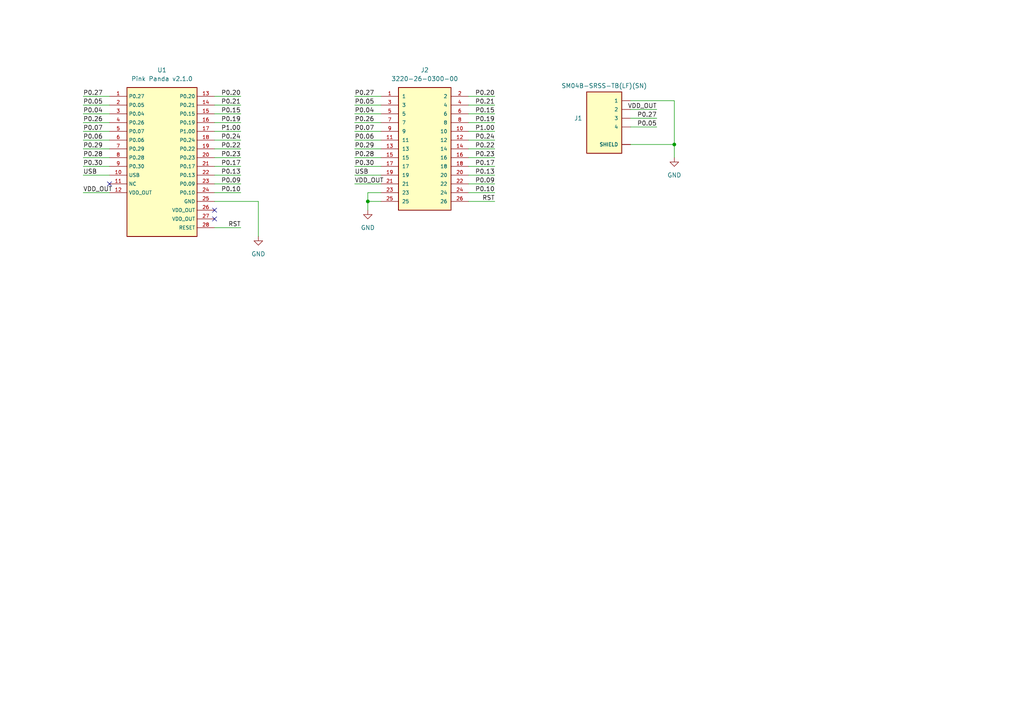
<source format=kicad_sch>
(kicad_sch (version 20231120) (generator "eeschema") (generator_version "8.0")
  (paper "A4")
  (lib_symbols
    (symbol "3220-26-0300-00:3220-26-0300-00" (pin_names (offset 1.016))
      (property "Reference" "J" (at -7.62 18.542 0))
      (property "Value" "3220-26-0300-00" (at -7.62 -20.32 0))
      (symbol "3220-26-0300-00_0_0"
        (rectangle (start -7.62 -17.78) (end 7.62 17.78) (stroke (width 0.254)) (fill (type background)))
        (pin passive line (at -12.7 15.24 0) (length 5.08) (name "1") (number "1"))
        (pin passive line (at 12.7 5.08 180) (length 5.08) (name "10") (number "10"))
        (pin passive line (at -12.7 2.54 0) (length 5.08) (name "11") (number "11"))
        (pin passive line (at 12.7 2.54 180) (length 5.08) (name "12") (number "12"))
        (pin passive line (at -12.7 0 0) (length 5.08) (name "13") (number "13"))
        (pin passive line (at 12.7 0 180) (length 5.08) (name "14") (number "14"))
        (pin passive line (at -12.7 -2.54 0) (length 5.08) (name "15") (number "15"))
        (pin passive line (at 12.7 -2.54 180) (length 5.08) (name "16") (number "16"))
        (pin passive line (at -12.7 -5.08 0) (length 5.08) (name "17") (number "17"))
        (pin passive line (at 12.7 -5.08 180) (length 5.08) (name "18") (number "18"))
        (pin passive line (at -12.7 -7.62 0) (length 5.08) (name "19") (number "19"))
        (pin passive line (at 12.7 15.24 180) (length 5.08) (name "2") (number "2"))
        (pin passive line (at 12.7 -7.62 180) (length 5.08) (name "20") (number "20"))
        (pin passive line (at -12.7 -10.16 0) (length 5.08) (name "21") (number "21"))
        (pin passive line (at 12.7 -10.16 180) (length 5.08) (name "22") (number "22"))
        (pin passive line (at -12.7 -12.7 0) (length 5.08) (name "23") (number "23"))
        (pin passive line (at 12.7 -12.7 180) (length 5.08) (name "24") (number "24"))
        (pin passive line (at -12.7 -15.24 0) (length 5.08) (name "25") (number "25"))
        (pin passive line (at 12.7 -15.24 180) (length 5.08) (name "26") (number "26"))
        (pin passive line (at -12.7 12.7 0) (length 5.08) (name "3") (number "3"))
        (pin passive line (at 12.7 12.7 180) (length 5.08) (name "4") (number "4"))
        (pin passive line (at -12.7 10.16 0) (length 5.08) (name "5") (number "5"))
        (pin passive line (at 12.7 10.16 180) (length 5.08) (name "6") (number "6"))
        (pin passive line (at -12.7 7.62 0) (length 5.08) (name "7") (number "7"))
        (pin passive line (at 12.7 7.62 180) (length 5.08) (name "8") (number "8"))
        (pin passive line (at -12.7 5.08 0) (length 5.08) (name "9") (number "9"))
      )
    )
    (symbol "SM04B-SRSS-TB_LF__SN_:SM04B-SRSS-TB(LF)(SN)" (pin_numbers hide) (pin_names (offset 1.016))
      (property "Reference" "J" (at -5.08 8.1534 0))
      (property "Value" "SM04B-SRSS-TB(LF)(SN)" (at -5.08 -11.9634 0))
      (symbol "SM04B-SRSS-TB(LF)(SN)_0_0"
        (rectangle (start -5.08 -10.16) (end 5.08 7.62) (stroke (width 0.254)) (fill (type background)))
        (pin passive line (at -7.62 5.08 0) (length 2.54) (name "1") (number "1"))
        (pin passive line (at -7.62 2.54 0) (length 2.54) (name "2") (number "2"))
        (pin passive line (at -7.62 0 0) (length 2.54) (name "3") (number "3"))
        (pin passive line (at -7.62 -2.54 0) (length 2.54) (name "4") (number "4"))
        (pin passive line (at -7.62 -7.62 0) (length 2.54) (name "SHIELD") (number "S1"))
        (pin passive line (at -7.62 -7.62 0) (length 2.54) (name "SHIELD") (number "S2"))
      )
    )
    (symbol "pink_panda:pink_panda_v2.1.0"
      (property "Reference" "U" (at 0 26.162 0))
      (property "Value" "Pink Panda v2.1.0" (at 0.254 23.876 0))
      (symbol "pink_panda_v2.1.0_0_0"
        (rectangle (start -10.16 21.59) (end 10.16 -21.59) (stroke (width 0.254)) (fill (type background)))
        (pin passive line (at -15.24 19.05 0) (length 5.08) (name "P0.27") (number "1"))
        (pin passive line (at -15.24 -3.81 0) (length 5.08) (name "USB") (number "10"))
        (pin passive line (at -15.24 -8.89 0) (length 5.08) (name "VDD_OUT") (number "12"))
        (pin passive line (at 15.24 19.05 180) (length 5.08) (name "P0.20") (number "13"))
        (pin passive line (at 15.24 16.51 180) (length 5.08) (name "P0.21") (number "14"))
        (pin passive line (at 15.24 13.97 180) (length 5.08) (name "P0.15") (number "15"))
        (pin passive line (at 15.24 11.43 180) (length 5.08) (name "P0.19") (number "16"))
        (pin passive line (at 15.24 8.89 180) (length 5.08) (name "P1.00") (number "17"))
        (pin passive line (at 15.24 6.35 180) (length 5.08) (name "P0.24") (number "18"))
        (pin passive line (at 15.24 3.81 180) (length 5.08) (name "P0.22") (number "19"))
        (pin passive line (at -15.24 16.51 0) (length 5.08) (name "P0.05") (number "2"))
        (pin passive line (at 15.24 1.27 180) (length 5.08) (name "P0.23") (number "20"))
        (pin passive line (at 15.24 -1.27 180) (length 5.08) (name "P0.17") (number "21"))
        (pin passive line (at 15.24 -3.81 180) (length 5.08) (name "P0.13") (number "22"))
        (pin passive line (at 15.24 -6.35 180) (length 5.08) (name "P0.09") (number "23"))
        (pin passive line (at 15.24 -8.89 180) (length 5.08) (name "P0.10") (number "24"))
        (pin passive line (at 15.24 -11.43 180) (length 5.08) (name "GND") (number "25"))
        (pin passive line (at 15.24 -13.97 180) (length 5.08) (name "VDD_OUT") (number "26"))
        (pin passive line (at -15.24 13.97 0) (length 5.08) (name "P0.04") (number "3"))
        (pin passive line (at -15.24 11.43 0) (length 5.08) (name "P0.26") (number "4"))
        (pin passive line (at -15.24 8.89 0) (length 5.08) (name "P0.07") (number "5"))
        (pin passive line (at -15.24 6.35 0) (length 5.08) (name "P0.06") (number "6"))
        (pin passive line (at -15.24 3.81 0) (length 5.08) (name "P0.29") (number "7"))
        (pin passive line (at -15.24 1.27 0) (length 5.08) (name "P0.28") (number "8"))
        (pin passive line (at -15.24 -1.27 0) (length 5.08) (name "P0.30") (number "9"))
      )
      (symbol "pink_panda_v2.1.0_1_0"
        (pin passive line (at -15.24 -6.35 0) (length 5.08) (name "NC") (number "11"))
        (pin passive line (at 15.24 -16.51 180) (length 5.08) (name "VDD_OUT") (number "27"))
        (pin passive line (at 15.24 -19.05 180) (length 5.08) (name "RESET") (number "28"))
      )
    )
    (symbol "power:GND" (power) (pin_numbers hide) (pin_names (offset 0) hide)
      (property "Value" "GND" (at 0 -3.81 0))
      (symbol "GND_0_1"
        (polyline (pts (xy 0 0) (xy 0 -1.27) (xy 1.27 -1.27) (xy 0 -2.54) (xy -1.27 -1.27) (xy 0 -1.27)))
      )
      (symbol "GND_1_1"
        (pin power_in line (at 0 0 270) (length 0) (name "~") (number "1"))
      )
    )
  )
  (junction (at 195.58 41.91))
  (junction (at 106.68 58.42))
  (no_connect (at 62.23 60.96))
  (no_connect (at 62.23 63.5))
  (no_connect (at 31.75 53.34))
  (wire (pts (xy 24.13 55.88) (xy 31.75 55.88)))
  (wire (pts (xy 102.87 45.72) (xy 110.49 45.72)))
  (wire (pts (xy 102.87 38.1) (xy 110.49 38.1)))
  (wire (pts (xy 102.87 53.34) (xy 110.49 53.34)))
  (wire (pts (xy 62.23 35.56) (xy 69.85 35.56)))
  (wire (pts (xy 62.23 40.64) (xy 69.85 40.64)))
  (wire (pts (xy 106.68 58.42) (xy 106.68 60.96)))
  (wire (pts (xy 24.13 38.1) (xy 31.75 38.1)))
  (wire (pts (xy 62.23 48.26) (xy 69.85 48.26)))
  (wire (pts (xy 135.89 55.88) (xy 143.51 55.88)))
  (wire (pts (xy 135.89 30.48) (xy 143.51 30.48)))
  (wire (pts (xy 102.87 40.64) (xy 110.49 40.64)))
  (wire (pts (xy 62.23 58.42) (xy 74.93 58.42)))
  (wire (pts (xy 190.5 31.75) (xy 182.88 31.75)))
  (wire (pts (xy 24.13 43.18) (xy 31.75 43.18)))
  (wire (pts (xy 135.89 40.64) (xy 143.51 40.64)))
  (wire (pts (xy 24.13 33.02) (xy 31.75 33.02)))
  (wire (pts (xy 106.68 55.88) (xy 110.49 55.88)))
  (wire (pts (xy 24.13 35.56) (xy 31.75 35.56)))
  (wire (pts (xy 102.87 43.18) (xy 110.49 43.18)))
  (wire (pts (xy 62.23 27.94) (xy 69.85 27.94)))
  (wire (pts (xy 135.89 27.94) (xy 143.51 27.94)))
  (wire (pts (xy 135.89 38.1) (xy 143.51 38.1)))
  (wire (pts (xy 62.23 66.04) (xy 69.85 66.04)))
  (wire (pts (xy 190.5 36.83) (xy 182.88 36.83)))
  (wire (pts (xy 135.89 43.18) (xy 143.51 43.18)))
  (wire (pts (xy 102.87 33.02) (xy 110.49 33.02)))
  (wire (pts (xy 24.13 48.26) (xy 31.75 48.26)))
  (wire (pts (xy 135.89 48.26) (xy 143.51 48.26)))
  (wire (pts (xy 102.87 30.48) (xy 110.49 30.48)))
  (wire (pts (xy 195.58 41.91) (xy 195.58 45.72)))
  (wire (pts (xy 135.89 58.42) (xy 143.51 58.42)))
  (wire (pts (xy 102.87 27.94) (xy 110.49 27.94)))
  (wire (pts (xy 24.13 40.64) (xy 31.75 40.64)))
  (wire (pts (xy 62.23 55.88) (xy 69.85 55.88)))
  (wire (pts (xy 24.13 45.72) (xy 31.75 45.72)))
  (wire (pts (xy 195.58 29.21) (xy 195.58 41.91)))
  (wire (pts (xy 24.13 50.8) (xy 31.75 50.8)))
  (wire (pts (xy 106.68 55.88) (xy 106.68 58.42)))
  (wire (pts (xy 135.89 45.72) (xy 143.51 45.72)))
  (wire (pts (xy 24.13 27.94) (xy 31.75 27.94)))
  (wire (pts (xy 135.89 53.34) (xy 143.51 53.34)))
  (wire (pts (xy 62.23 53.34) (xy 69.85 53.34)))
  (wire (pts (xy 135.89 35.56) (xy 143.51 35.56)))
  (wire (pts (xy 62.23 50.8) (xy 69.85 50.8)))
  (wire (pts (xy 135.89 33.02) (xy 143.51 33.02)))
  (wire (pts (xy 106.68 58.42) (xy 110.49 58.42)))
  (wire (pts (xy 135.89 50.8) (xy 143.51 50.8)))
  (wire (pts (xy 62.23 30.48) (xy 69.85 30.48)))
  (wire (pts (xy 102.87 50.8) (xy 110.49 50.8)))
  (wire (pts (xy 102.87 48.26) (xy 110.49 48.26)))
  (wire (pts (xy 62.23 45.72) (xy 69.85 45.72)))
  (wire (pts (xy 62.23 33.02) (xy 69.85 33.02)))
  (wire (pts (xy 182.88 29.21) (xy 195.58 29.21)))
  (wire (pts (xy 190.5 34.29) (xy 182.88 34.29)))
  (wire (pts (xy 62.23 43.18) (xy 69.85 43.18)))
  (wire (pts (xy 24.13 30.48) (xy 31.75 30.48)))
  (wire (pts (xy 102.87 35.56) (xy 110.49 35.56)))
  (wire (pts (xy 74.93 58.42) (xy 74.93 68.58)))
  (wire (pts (xy 182.88 41.91) (xy 195.58 41.91)))
  (wire (pts (xy 62.23 38.1) (xy 69.85 38.1)))
  (label "P0.29" (at 24.13 43.18 0))
  (label "P0.26" (at 102.87 35.56 0))
  (label "P0.21" (at 69.85 30.48 180))
  (label "P0.27" (at 24.13 27.94 0))
  (label "P0.10" (at 69.85 55.88 180))
  (label "RST" (at 143.51 58.42 180))
  (label "P0.10" (at 143.51 55.88 180))
  (label "P0.23" (at 69.85 45.72 180))
  (label "P0.30" (at 102.87 48.26 0))
  (label "P0.24" (at 69.85 40.64 180))
  (label "P0.28" (at 24.13 45.72 0))
  (label "P0.06" (at 102.87 40.64 0))
  (label "VDD_OUT" (at 190.5 31.75 180))
  (label "USB" (at 24.13 50.8 0))
  (label "P0.13" (at 69.85 50.8 180))
  (label "P1.00" (at 69.85 38.1 180))
  (label "P0.21" (at 143.51 30.48 180))
  (label "P0.19" (at 69.85 35.56 180))
  (label "P0.17" (at 143.51 48.26 180))
  (label "P0.15" (at 69.85 33.02 180))
  (label "P0.06" (at 24.13 40.64 0))
  (label "P0.20" (at 69.85 27.94 180))
  (label "P0.24" (at 143.51 40.64 180))
  (label "VDD_OUT" (at 24.13 55.88 0))
  (label "P0.20" (at 143.51 27.94 180))
  (label "P0.19" (at 143.51 35.56 180))
  (label "P0.13" (at 143.51 50.8 180))
  (label "P0.30" (at 24.13 48.26 0))
  (label "VDD_OUT" (at 102.87 53.34 0))
  (label "P0.28" (at 102.87 45.72 0))
  (label "P0.27" (at 102.87 27.94 0))
  (label "P0.22" (at 143.51 43.18 180))
  (label "P0.27" (at 190.5 34.29 180))
  (label "RST" (at 69.85 66.04 180))
  (label "P0.17" (at 69.85 48.26 180))
  (label "P0.29" (at 102.87 43.18 0))
  (label "P0.04" (at 24.13 33.02 0))
  (label "P1.00" (at 143.51 38.1 180))
  (label "P0.26" (at 24.13 35.56 0))
  (label "USB" (at 102.87 50.8 0))
  (label "P0.05" (at 190.5 36.83 180))
  (label "P0.05" (at 24.13 30.48 0))
  (label "P0.23" (at 143.51 45.72 180))
  (label "P0.09" (at 69.85 53.34 180))
  (label "P0.07" (at 102.87 38.1 0))
  (label "P0.09" (at 143.51 53.34 180))
  (label "P0.04" (at 102.87 33.02 0))
  (label "P0.07" (at 24.13 38.1 0))
  (label "P0.05" (at 102.87 30.48 0))
  (label "P0.22" (at 69.85 43.18 180))
  (label "P0.15" (at 143.51 33.02 180))
  (symbol (lib_id "power:GND") (at 74.93 68.58 0) (unit 1)
    (property "Reference" "#PWR02" (effects (hide yes)))
    (property "Value" "GND" (at 74.93 73.66 0))
    (property "Description" "Power symbol creates a global label with name \"GND\" , ground" (effects (hide yes)))
  )
  (symbol (lib_id "pink_panda:pink_panda_v2.1.0") (at 46.99 46.99 0) (unit 1)
    (property "Reference" "U1" (at 46.99 20.32 0))
    (property "Value" "Pink Panda v2.1.0" (at 46.99 22.86 0))
  )
  (symbol (lib_id "3220-26-0300-00:3220-26-0300-00") (at 123.19 43.18 0) (unit 1)
    (property "Reference" "J2" (at 123.19 20.32 0))
    (property "Value" "3220-26-0300-00" (at 123.19 22.86 0))
    (property "Footprint" "CNCTECH_3220-26-0300-00:CNC_3220-26-0300-00" (effects (hide yes)))
    (property "MF" "CNC Tech" (effects (hide yes)))
    (property "MAXIMUM_PACKAGE_HEIGHT" "5.6mm" (effects (hide yes)))
    (property "Package" "None" (effects (hide yes)))
    (property "Price" "None" (effects (hide yes)))
    (property "Check_prices" "https://www.snapeda.com/parts/3220-26-0300-00/CNC+Tech/view-part/?ref=eda" (effects (hide yes)))
    (property "STANDARD" "Manufacturer Recommendations" (effects (hide yes)))
    (property "PARTREV" "A" (effects (hide yes)))
    (property "SnapEDA_Link" "https://www.snapeda.com/parts/3220-26-0300-00/CNC+Tech/view-part/?ref=snap" (effects (hide yes)))
    (property "MP" "3220-26-0300-00" (effects (hide yes)))
    (property "Description_1" "\n                        \n                            Connector Header Surface Mount 26 position 0.050 (1.27mm)\n                        \n" (effects (hide yes)))
    (property "Availability" "In Stock" (effects (hide yes)))
    (property "MANUFACTURER" "CNC Tech" (effects (hide yes)))
  )
  (symbol (lib_id "power:GND") (at 106.68 60.96 0) (unit 1)
    (property "Reference" "#PWR01" (effects (hide yes)))
    (property "Value" "GND" (at 106.68 66.04 0))
    (property "Description" "Power symbol creates a global label with name \"GND\" , ground" (effects (hide yes)))
  )
  (symbol (lib_id "power:GND") (at 195.58 45.72 0) (unit 1)
    (property "Reference" "#PWR03" (effects (hide yes)))
    (property "Value" "GND" (at 195.58 50.8 0))
    (property "Description" "Power symbol creates a global label with name \"GND\" , ground" (effects (hide yes)))
  )
  (symbol (lib_id "SM04B-SRSS-TB_LF__SN_:SM04B-SRSS-TB(LF)(SN)") (at 175.26 34.29 0) (mirror y) (unit 1)
    (property "Reference" "J1" (at 168.91 34.2899 0) (effects (justify left)))
    (property "Value" "SM04B-SRSS-TB(LF)(SN)" (at 187.706 24.892 0) (effects (justify left)))
    (property "Footprint" "JST_SM04B-SRSS-TB(LF)(SN)" (effects (hide yes)))
    (property "STANDARD" "Manufacturer recommendations" (effects (hide yes)))
    (property "MANUFACTURER" "JST" (effects (hide yes)))
  )
)
</source>
